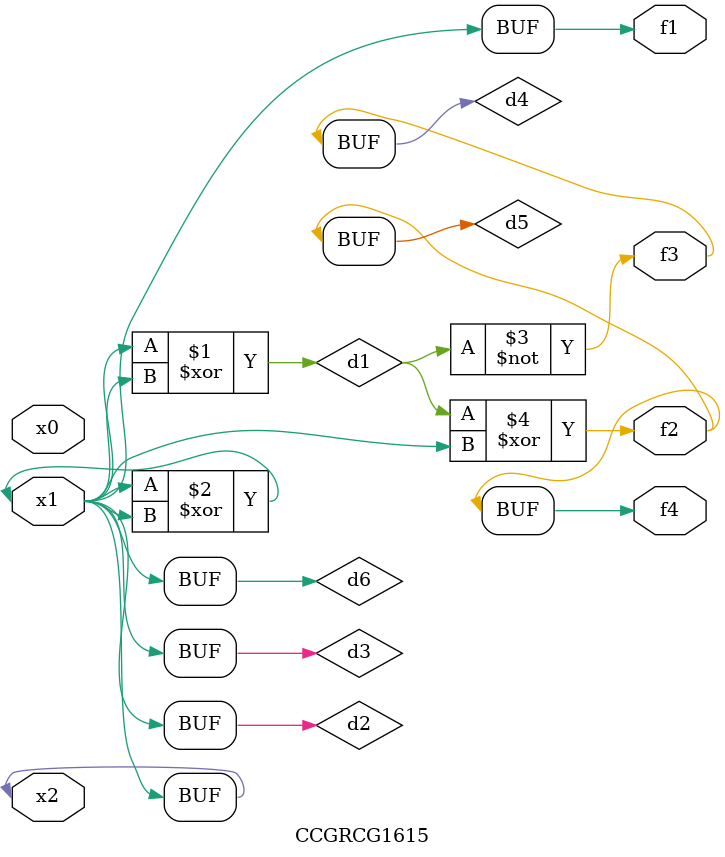
<source format=v>
module CCGRCG1615(
	input x0, x1, x2,
	output f1, f2, f3, f4
);

	wire d1, d2, d3, d4, d5, d6;

	xor (d1, x1, x2);
	buf (d2, x1, x2);
	xor (d3, x1, x2);
	nor (d4, d1);
	xor (d5, d1, d2);
	buf (d6, d2, d3);
	assign f1 = d6;
	assign f2 = d5;
	assign f3 = d4;
	assign f4 = d5;
endmodule

</source>
